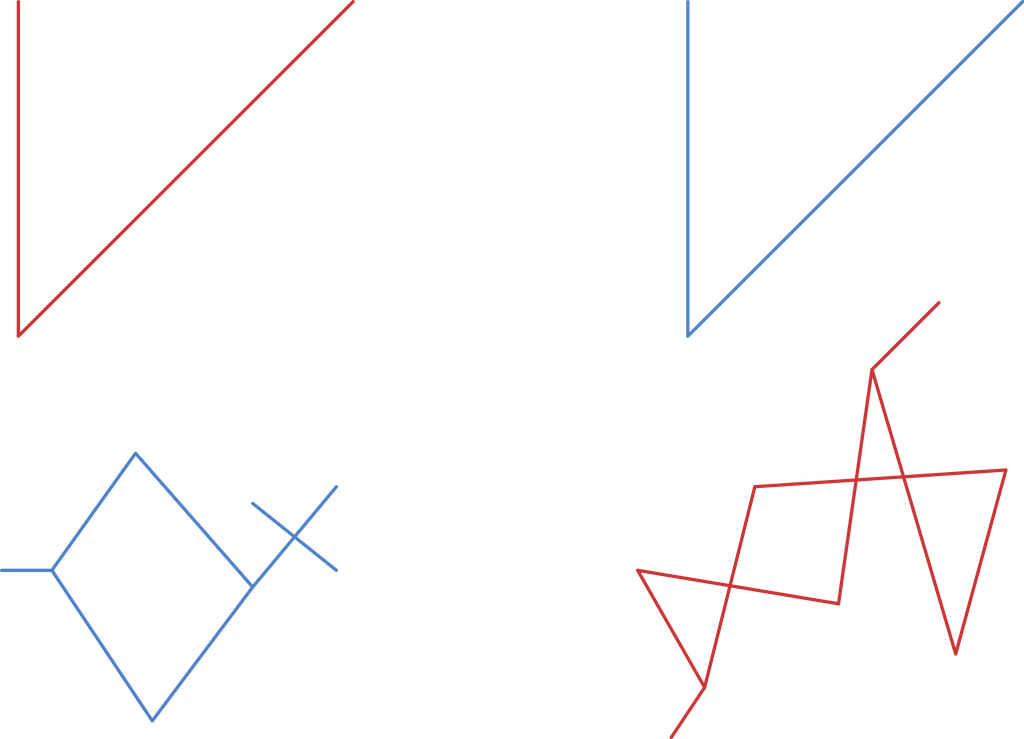
<source format=kicad_pcb>
(kicad_pcb (version 20171130) (host pcbnew 5.0.0+dfsg1-2)

  (general
    (thickness 1.6)
    (drawings 0)
    (tracks 20)
    (zones 0)
    (modules 0)
    (nets 2)
  )

  (page A4)
  (layers
    (0 F.Cu signal)
    (31 B.Cu signal)
    (32 B.Adhes user)
    (33 F.Adhes user)
    (34 B.Paste user)
    (35 F.Paste user)
    (36 B.SilkS user)
    (37 F.SilkS user)
    (38 B.Mask user)
    (39 F.Mask user)
    (40 Dwgs.User user)
    (41 Cmts.User user)
    (42 Eco1.User user)
    (43 Eco2.User user)
    (44 Edge.Cuts user)
    (45 Margin user)
    (46 B.CrtYd user)
    (47 F.CrtYd user)
    (48 B.Fab user)
    (49 F.Fab user)
  )

  (setup
    (last_trace_width 0.25)
    (trace_clearance 0.2)
    (zone_clearance 0.508)
    (zone_45_only no)
    (trace_min 0.2)
    (segment_width 0.2)
    (edge_width 0.15)
    (via_size 0.8)
    (via_drill 0.4)
    (via_min_size 0.4)
    (via_min_drill 0.3)
    (uvia_size 0.3)
    (uvia_drill 0.1)
    (uvias_allowed no)
    (uvia_min_size 0.2)
    (uvia_min_drill 0.1)
    (pcb_text_width 0.3)
    (pcb_text_size 1.5 1.5)
    (mod_edge_width 0.15)
    (mod_text_size 1 1)
    (mod_text_width 0.15)
    (pad_size 1.524 1.524)
    (pad_drill 0.762)
    (pad_to_mask_clearance 0.2)
    (aux_axis_origin 0 0)
    (grid_origin 50.8 76.2)
    (visible_elements FFFFFF7F)
    (pcbplotparams
      (layerselection 0x010fc_ffffffff)
      (usegerberextensions false)
      (usegerberattributes false)
      (usegerberadvancedattributes false)
      (creategerberjobfile false)
      (excludeedgelayer true)
      (linewidth 0.100000)
      (plotframeref false)
      (viasonmask false)
      (mode 1)
      (useauxorigin false)
      (hpglpennumber 1)
      (hpglpenspeed 20)
      (hpglpendiameter 15.000000)
      (psnegative false)
      (psa4output false)
      (plotreference true)
      (plotvalue true)
      (plotinvisibletext false)
      (padsonsilk false)
      (subtractmaskfromsilk false)
      (outputformat 1)
      (mirror false)
      (drillshape 1)
      (scaleselection 1)
      (outputdirectory ""))
  )

  (net 0 "")
  (net 1 "Net-1")

  (net_class Default "This is the default net class."
    (clearance 0.2)
    (trace_width 0.25)
    (via_dia 0.8)
    (via_drill 0.4)
    (uvia_dia 0.3)
    (uvia_drill 0.1)
  )

  (segment (start 25.4 25.4) (end 25.4 50.8) (width 0.25) (layer F.Cu) (net 0))
  (segment (start 25.4 50.8) (end 50.8 25.4) (width 0.25) (layer F.Cu) (net 0))
  (segment (start 76.2 25.4) (end 76.2 50.8) (width 0.25) (layer B.Cu) (net 0))
  (segment (start 76.2 50.8) (end 101.6 25.4) (width 0.25) (layer B.Cu) (net 0))
  (segment (start 27.94 68.58) (end 34.29 59.69) (width 0.25) (layer B.Cu) (net 1))
  (segment (start 34.29 59.69) (end 43.18 69.85) (width 0.25) (layer B.Cu) (net 1))
  (segment (start 43.18 69.85) (end 35.56 80.01) (width 0.25) (layer B.Cu) (net 1))
  (segment (start 35.56 80.01) (end 27.94 68.58) (width 0.25) (layer B.Cu) (net 1))
  (segment (start 43.18 69.85) (end 49.53 62.23) (width 0.25) (layer B.Cu) (net 1))
  (segment (start 43.18 63.5) (end 49.53 68.58) (width 0.25) (layer B.Cu) (net 1))
  (segment (start 77.47 77.47) (end 81.28 62.23) (width 0.25) (layer F.Cu) (net 1))
  (segment (start 81.28 62.23) (end 100.33 60.96) (width 0.25) (layer F.Cu) (net 1))
  (segment (start 100.33 60.96) (end 96.52 74.93) (width 0.25) (layer F.Cu) (net 1))
  (segment (start 96.52 74.93) (end 90.17 53.34) (width 0.25) (layer F.Cu) (net 1))
  (segment (start 90.17 53.34) (end 87.63 71.12) (width 0.25) (layer F.Cu) (net 1))
  (segment (start 87.63 71.12) (end 72.39 68.58) (width 0.25) (layer F.Cu) (net 1))
  (segment (start 72.39 68.58) (end 77.47 77.47) (width 0.25) (layer F.Cu) (net 1))
  (segment (start 77.47 77.47) (end 74.93 81.28) (width 0.25) (layer F.Cu) (net 1))
  (segment (start 90.17 53.34) (end 95.25 48.26) (width 0.25) (layer F.Cu) (net 1))
  (segment (start 27.94 68.58) (end 24.13 68.58) (width 0.25) (layer B.Cu) (net 1))

)

</source>
